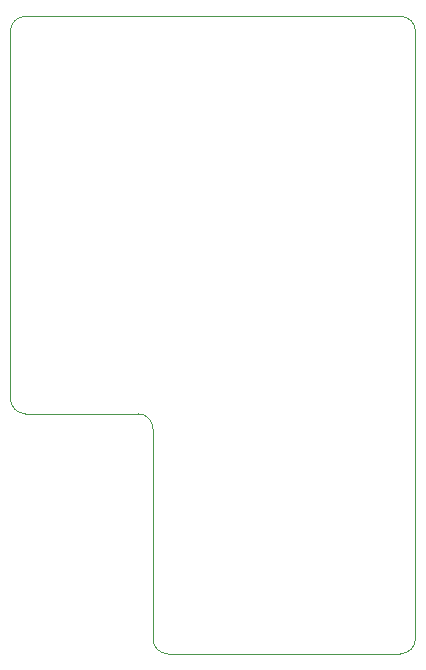
<source format=gbr>
G04 #@! TF.GenerationSoftware,KiCad,Pcbnew,(5.1.0-0)*
G04 #@! TF.CreationDate,2019-04-12T23:41:18+08:00*
G04 #@! TF.ProjectId,Ulticontroller_adapter,556c7469-636f-46e7-9472-6f6c6c65725f,rev?*
G04 #@! TF.SameCoordinates,Original*
G04 #@! TF.FileFunction,Profile,NP*
%FSLAX46Y46*%
G04 Gerber Fmt 4.6, Leading zero omitted, Abs format (unit mm)*
G04 Created by KiCad (PCBNEW (5.1.0-0)) date 2019-04-12 23:41:18*
%MOMM*%
%LPD*%
G04 APERTURE LIST*
%ADD10C,0.050000*%
G04 APERTURE END LIST*
D10*
X121285000Y-139065000D02*
G75*
G02X120015000Y-137795000I0J1270000D01*
G01*
X118745000Y-118745000D02*
G75*
G02X120015000Y-120015000I0J-1270000D01*
G01*
X109220000Y-118745000D02*
G75*
G02X107950000Y-117475000I0J1270000D01*
G01*
X107950000Y-86360000D02*
G75*
G02X109220000Y-85090000I1270000J0D01*
G01*
X109220000Y-85090000D02*
X140970000Y-85090000D01*
X107950000Y-117475000D02*
X107950000Y-86360000D01*
X118745000Y-118745000D02*
X109220000Y-118745000D01*
X120015000Y-137795000D02*
X120015000Y-120015000D01*
X140970000Y-139065000D02*
X121285000Y-139065000D01*
X142240000Y-137795000D02*
G75*
G02X140970000Y-139065000I-1270000J0D01*
G01*
X142240000Y-86360000D02*
X142240000Y-137795000D01*
X140970000Y-85090000D02*
G75*
G02X142240000Y-86360000I0J-1270000D01*
G01*
M02*

</source>
